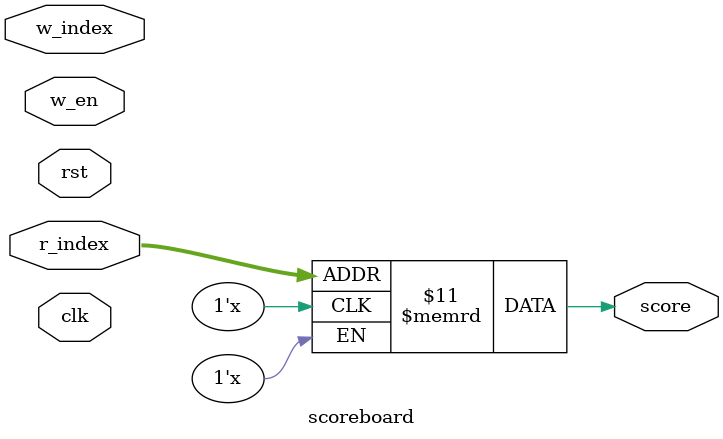
<source format=sv>
module scoreboard #(
    parameter NUM_ENTRIES = 8
  )(
    input clk,
    input rst,
    input [$clog2(NUM_ENTRIES)-1:0] r_index,
    output score,
    input w_en,
    input [$clog2(NUM_ENTRIES)-1:0] w_index,

  );

  logic scoreboard [0:NUM_ENTRIES-1];

  always@(posedge clk) begin
    if (rst) begin
      for(int i = 0; i < NUM_ENTRIES;i++) begin
        score_board[i[$clog2(NUM_ENTRIES)-1:0]] <= 1'b0;
      end
    end else if(w_en) begin
        score_board[w_index] <= ~score_board[w_index];
    end
  end

  assign score = scoreboard[r_index];



endmodule


</source>
